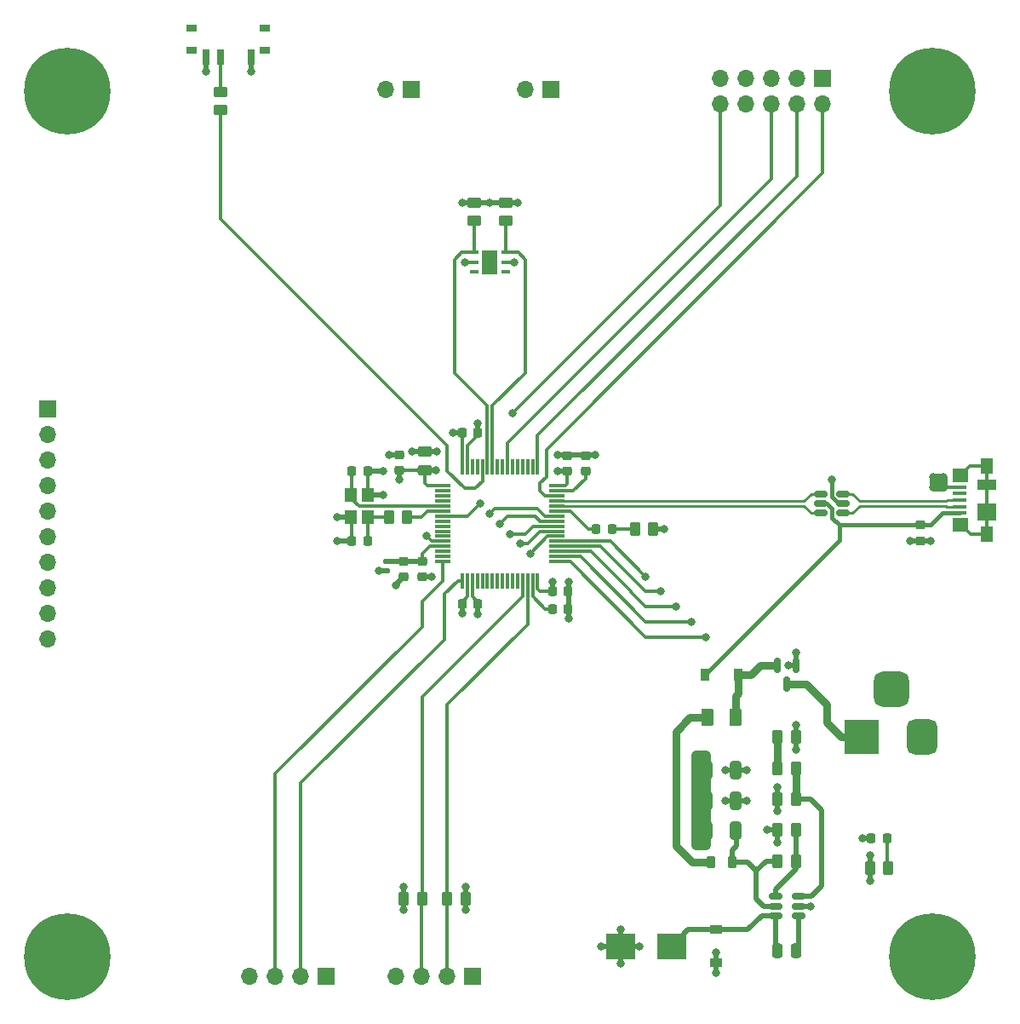
<source format=gbr>
%TF.GenerationSoftware,KiCad,Pcbnew,(6.0.11)*%
%TF.CreationDate,2023-04-03T14:35:14+03:00*%
%TF.ProjectId,STM32Custom,53544d33-3243-4757-9374-6f6d2e6b6963,rev?*%
%TF.SameCoordinates,Original*%
%TF.FileFunction,Copper,L1,Top*%
%TF.FilePolarity,Positive*%
%FSLAX46Y46*%
G04 Gerber Fmt 4.6, Leading zero omitted, Abs format (unit mm)*
G04 Created by KiCad (PCBNEW (6.0.11)) date 2023-04-03 14:35:14*
%MOMM*%
%LPD*%
G01*
G04 APERTURE LIST*
G04 Aperture macros list*
%AMRoundRect*
0 Rectangle with rounded corners*
0 $1 Rounding radius*
0 $2 $3 $4 $5 $6 $7 $8 $9 X,Y pos of 4 corners*
0 Add a 4 corners polygon primitive as box body*
4,1,4,$2,$3,$4,$5,$6,$7,$8,$9,$2,$3,0*
0 Add four circle primitives for the rounded corners*
1,1,$1+$1,$2,$3*
1,1,$1+$1,$4,$5*
1,1,$1+$1,$6,$7*
1,1,$1+$1,$8,$9*
0 Add four rect primitives between the rounded corners*
20,1,$1+$1,$2,$3,$4,$5,0*
20,1,$1+$1,$4,$5,$6,$7,0*
20,1,$1+$1,$6,$7,$8,$9,0*
20,1,$1+$1,$8,$9,$2,$3,0*%
G04 Aperture macros list end*
%TA.AperFunction,ComponentPad*%
%ADD10R,1.700000X1.700000*%
%TD*%
%TA.AperFunction,ComponentPad*%
%ADD11O,1.700000X1.700000*%
%TD*%
%TA.AperFunction,SMDPad,CuDef*%
%ADD12RoundRect,0.250000X0.262500X0.450000X-0.262500X0.450000X-0.262500X-0.450000X0.262500X-0.450000X0*%
%TD*%
%TA.AperFunction,SMDPad,CuDef*%
%ADD13RoundRect,0.218750X0.218750X0.256250X-0.218750X0.256250X-0.218750X-0.256250X0.218750X-0.256250X0*%
%TD*%
%TA.AperFunction,SMDPad,CuDef*%
%ADD14RoundRect,0.250000X-0.450000X0.262500X-0.450000X-0.262500X0.450000X-0.262500X0.450000X0.262500X0*%
%TD*%
%TA.AperFunction,SMDPad,CuDef*%
%ADD15R,1.200000X1.400000*%
%TD*%
%TA.AperFunction,SMDPad,CuDef*%
%ADD16RoundRect,0.250000X0.475000X-0.250000X0.475000X0.250000X-0.475000X0.250000X-0.475000X-0.250000X0*%
%TD*%
%TA.AperFunction,SMDPad,CuDef*%
%ADD17RoundRect,0.225000X-0.225000X-0.250000X0.225000X-0.250000X0.225000X0.250000X-0.225000X0.250000X0*%
%TD*%
%TA.AperFunction,SMDPad,CuDef*%
%ADD18R,2.900000X2.500000*%
%TD*%
%TA.AperFunction,SMDPad,CuDef*%
%ADD19RoundRect,0.150000X0.512500X0.150000X-0.512500X0.150000X-0.512500X-0.150000X0.512500X-0.150000X0*%
%TD*%
%TA.AperFunction,SMDPad,CuDef*%
%ADD20RoundRect,0.225000X0.250000X-0.225000X0.250000X0.225000X-0.250000X0.225000X-0.250000X-0.225000X0*%
%TD*%
%TA.AperFunction,SMDPad,CuDef*%
%ADD21RoundRect,0.250000X-0.262500X-0.450000X0.262500X-0.450000X0.262500X0.450000X-0.262500X0.450000X0*%
%TD*%
%TA.AperFunction,ComponentPad*%
%ADD22R,3.500000X3.500000*%
%TD*%
%TA.AperFunction,ComponentPad*%
%ADD23RoundRect,0.750000X0.750000X1.000000X-0.750000X1.000000X-0.750000X-1.000000X0.750000X-1.000000X0*%
%TD*%
%TA.AperFunction,ComponentPad*%
%ADD24RoundRect,0.875000X0.875000X0.875000X-0.875000X0.875000X-0.875000X-0.875000X0.875000X-0.875000X0*%
%TD*%
%TA.AperFunction,SMDPad,CuDef*%
%ADD25RoundRect,0.147500X0.172500X-0.147500X0.172500X0.147500X-0.172500X0.147500X-0.172500X-0.147500X0*%
%TD*%
%TA.AperFunction,SMDPad,CuDef*%
%ADD26RoundRect,0.225000X0.225000X0.250000X-0.225000X0.250000X-0.225000X-0.250000X0.225000X-0.250000X0*%
%TD*%
%TA.AperFunction,ComponentPad*%
%ADD27C,0.900000*%
%TD*%
%TA.AperFunction,ComponentPad*%
%ADD28C,8.600000*%
%TD*%
%TA.AperFunction,SMDPad,CuDef*%
%ADD29R,0.900000X1.200000*%
%TD*%
%TA.AperFunction,SMDPad,CuDef*%
%ADD30R,1.000000X0.800000*%
%TD*%
%TA.AperFunction,SMDPad,CuDef*%
%ADD31R,0.700000X1.500000*%
%TD*%
%TA.AperFunction,SMDPad,CuDef*%
%ADD32R,1.200000X0.900000*%
%TD*%
%TA.AperFunction,SMDPad,CuDef*%
%ADD33R,0.900000X0.400000*%
%TD*%
%TA.AperFunction,SMDPad,CuDef*%
%ADD34R,1.500000X2.400000*%
%TD*%
%TA.AperFunction,SMDPad,CuDef*%
%ADD35RoundRect,0.150000X-0.150000X0.587500X-0.150000X-0.587500X0.150000X-0.587500X0.150000X0.587500X0*%
%TD*%
%TA.AperFunction,SMDPad,CuDef*%
%ADD36RoundRect,0.075000X-0.700000X-0.075000X0.700000X-0.075000X0.700000X0.075000X-0.700000X0.075000X0*%
%TD*%
%TA.AperFunction,SMDPad,CuDef*%
%ADD37RoundRect,0.075000X-0.075000X-0.700000X0.075000X-0.700000X0.075000X0.700000X-0.075000X0.700000X0*%
%TD*%
%TA.AperFunction,SMDPad,CuDef*%
%ADD38RoundRect,0.250000X0.325000X0.650000X-0.325000X0.650000X-0.325000X-0.650000X0.325000X-0.650000X0*%
%TD*%
%TA.AperFunction,SMDPad,CuDef*%
%ADD39RoundRect,0.225000X-0.250000X0.225000X-0.250000X-0.225000X0.250000X-0.225000X0.250000X0.225000X0*%
%TD*%
%TA.AperFunction,SMDPad,CuDef*%
%ADD40R,1.380000X0.450000*%
%TD*%
%TA.AperFunction,SMDPad,CuDef*%
%ADD41R,1.300000X1.650000*%
%TD*%
%TA.AperFunction,SMDPad,CuDef*%
%ADD42R,1.550000X1.425000*%
%TD*%
%TA.AperFunction,SMDPad,CuDef*%
%ADD43R,1.900000X1.800000*%
%TD*%
%TA.AperFunction,SMDPad,CuDef*%
%ADD44R,1.900000X1.000000*%
%TD*%
%TA.AperFunction,SMDPad,CuDef*%
%ADD45RoundRect,0.250000X-0.250000X-0.475000X0.250000X-0.475000X0.250000X0.475000X-0.250000X0.475000X0*%
%TD*%
%TA.AperFunction,SMDPad,CuDef*%
%ADD46RoundRect,0.250000X-0.375000X-0.625000X0.375000X-0.625000X0.375000X0.625000X-0.375000X0.625000X0*%
%TD*%
%TA.AperFunction,SMDPad,CuDef*%
%ADD47RoundRect,0.218750X0.218750X0.381250X-0.218750X0.381250X-0.218750X-0.381250X0.218750X-0.381250X0*%
%TD*%
%TA.AperFunction,ViaPad*%
%ADD48C,0.800000*%
%TD*%
%TA.AperFunction,Conductor*%
%ADD49C,0.300000*%
%TD*%
%TA.AperFunction,Conductor*%
%ADD50C,0.500000*%
%TD*%
%TA.AperFunction,Conductor*%
%ADD51C,0.750000*%
%TD*%
%TA.AperFunction,Conductor*%
%ADD52C,1.000000*%
%TD*%
%TA.AperFunction,Conductor*%
%ADD53C,0.400000*%
%TD*%
%TA.AperFunction,Conductor*%
%ADD54C,0.261620*%
%TD*%
G04 APERTURE END LIST*
D10*
%TO.P,J8,1,Pin_1*%
%TO.N,GND*%
X126555000Y-35820000D03*
D11*
%TO.P,J8,2,Pin_2*%
X124015000Y-35820000D03*
%TD*%
D10*
%TO.P,J7,1,Pin_1*%
%TO.N,+3V3*%
X112645000Y-35820000D03*
D11*
%TO.P,J7,2,Pin_2*%
X110105000Y-35820000D03*
%TD*%
D12*
%TO.P,R12,1*%
%TO.N,+3V3*%
X118050000Y-116250000D03*
%TO.P,R12,2*%
%TO.N,I2C2_SDA*%
X116225000Y-116250000D03*
%TD*%
D13*
%TO.P,D2,1,K*%
%TO.N,Net-(D2-Pad1)*%
X159981500Y-110242000D03*
%TO.P,D2,2,A*%
%TO.N,+3V3*%
X158406500Y-110242000D03*
%TD*%
D14*
%TO.P,R8,1*%
%TO.N,+3V3*%
X122025000Y-47087500D03*
%TO.P,R8,2*%
%TO.N,I2C1_SCL*%
X122025000Y-48912500D03*
%TD*%
D15*
%TO.P,Y1,1,1*%
%TO.N,HSE_IN*%
X106675000Y-76150000D03*
%TO.P,Y1,2,2*%
%TO.N,GND*%
X106675000Y-78350000D03*
%TO.P,Y1,3,3*%
%TO.N,Net-(C17-Pad1)*%
X108375000Y-78350000D03*
%TO.P,Y1,4,4*%
%TO.N,GND*%
X108375000Y-76150000D03*
%TD*%
D16*
%TO.P,C5,1*%
%TO.N,+3V3*%
X113975000Y-73700000D03*
%TO.P,C5,2*%
%TO.N,GND*%
X113975000Y-71800000D03*
%TD*%
D17*
%TO.P,C13,1*%
%TO.N,Net-(C13-Pad1)*%
X126700000Y-87500000D03*
%TO.P,C13,2*%
%TO.N,GND*%
X128250000Y-87500000D03*
%TD*%
D18*
%TO.P,L1,1*%
%TO.N,BUCK_SW*%
X138550000Y-121000000D03*
%TO.P,L1,2*%
%TO.N,+3V3*%
X133450000Y-121000000D03*
%TD*%
D14*
%TO.P,R9,1*%
%TO.N,+3V3*%
X118925000Y-47087500D03*
%TO.P,R9,2*%
%TO.N,I2C1_SDA*%
X118925000Y-48912500D03*
%TD*%
D19*
%TO.P,U1,1,BST*%
%TO.N,BUCK_BST*%
X151137500Y-117950000D03*
%TO.P,U1,2,GND*%
%TO.N,GND*%
X151137500Y-117000000D03*
%TO.P,U1,3,FB*%
%TO.N,BUCK_FB*%
X151137500Y-116050000D03*
%TO.P,U1,4,EN*%
%TO.N,Net-(R2-Pad2)*%
X148862500Y-116050000D03*
%TO.P,U1,5,IN*%
%TO.N,BUCK_IN*%
X148862500Y-117000000D03*
%TO.P,U1,6,SW*%
%TO.N,BUCK_SW*%
X148862500Y-117950000D03*
%TD*%
D20*
%TO.P,C14,1*%
%TO.N,Net-(C14-Pad1)*%
X129975000Y-73775000D03*
%TO.P,C14,2*%
%TO.N,GND*%
X129975000Y-72225000D03*
%TD*%
D21*
%TO.P,R11,1*%
%TO.N,+3V3*%
X111900000Y-116250000D03*
%TO.P,R11,2*%
%TO.N,I2C2_SCL*%
X113725000Y-116250000D03*
%TD*%
D17*
%TO.P,C7,1*%
%TO.N,+3V3*%
X126700000Y-85700000D03*
%TO.P,C7,2*%
%TO.N,GND*%
X128250000Y-85700000D03*
%TD*%
D12*
%TO.P,R6,1*%
%TO.N,Net-(R2-Pad2)*%
X150912500Y-109451250D03*
%TO.P,R6,2*%
%TO.N,GND*%
X149087500Y-109451250D03*
%TD*%
D22*
%TO.P,J1,1*%
%TO.N,+12V*%
X157425000Y-100157500D03*
D23*
%TO.P,J1,2*%
%TO.N,GND*%
X163425000Y-100157500D03*
D24*
%TO.P,J1,3*%
X160425000Y-95457500D03*
%TD*%
D14*
%TO.P,R10,1*%
%TO.N,Net-(R10-Pad1)*%
X93725000Y-36087500D03*
%TO.P,R10,2*%
%TO.N,BOOT0*%
X93725000Y-37912500D03*
%TD*%
D19*
%TO.P,U4,1,I/O1*%
%TO.N,USB_CONN_D-*%
X155612500Y-77950000D03*
%TO.P,U4,2,GND*%
%TO.N,GND*%
X155612500Y-77000000D03*
%TO.P,U4,3,I/O2*%
%TO.N,USB_CONN_D+*%
X155612500Y-76050000D03*
%TO.P,U4,4,I/O2*%
%TO.N,USB_D+*%
X153337500Y-76050000D03*
%TO.P,U4,5,VBUS*%
%TO.N,+5V*%
X153337500Y-77000000D03*
%TO.P,U4,6,I/O1*%
%TO.N,USB_D-*%
X153337500Y-77950000D03*
%TD*%
D25*
%TO.P,L2,1*%
%TO.N,+3V3*%
X110235000Y-83695000D03*
%TO.P,L2,2*%
%TO.N,+3.3VA*%
X110235000Y-82725000D03*
%TD*%
D17*
%TO.P,C16,1*%
%TO.N,HSE_IN*%
X106750000Y-73760000D03*
%TO.P,C16,2*%
%TO.N,GND*%
X108300000Y-73760000D03*
%TD*%
D26*
%TO.P,C6,1*%
%TO.N,+3V3*%
X119250000Y-87000000D03*
%TO.P,C6,2*%
%TO.N,GND*%
X117700000Y-87000000D03*
%TD*%
D10*
%TO.P,J2,1,Pin_1*%
%TO.N,+3V3*%
X153550000Y-34725000D03*
D11*
%TO.P,J2,2,Pin_2*%
%TO.N,SWDIO*%
X153550000Y-37265000D03*
%TO.P,J2,3,Pin_3*%
%TO.N,GND*%
X151010000Y-34725000D03*
%TO.P,J2,4,Pin_4*%
%TO.N,SWCLK*%
X151010000Y-37265000D03*
%TO.P,J2,5,Pin_5*%
%TO.N,GND*%
X148470000Y-34725000D03*
%TO.P,J2,6,Pin_6*%
%TO.N,SWO*%
X148470000Y-37265000D03*
%TO.P,J2,7,Pin_7*%
%TO.N,unconnected-(J2-Pad7)*%
X145930000Y-34725000D03*
%TO.P,J2,8,Pin_8*%
%TO.N,unconnected-(J2-Pad8)*%
X145930000Y-37265000D03*
%TO.P,J2,9,Pin_9*%
%TO.N,GND*%
X143390000Y-34725000D03*
%TO.P,J2,10,Pin_10*%
%TO.N,NRST*%
X143390000Y-37265000D03*
%TD*%
D13*
%TO.P,D4,1,K*%
%TO.N,Net-(D4-Pad1)*%
X132605000Y-79535000D03*
%TO.P,D4,2,A*%
%TO.N,LED_STATUS*%
X131030000Y-79535000D03*
%TD*%
D21*
%TO.P,R2,1*%
%TO.N,BUCK_IN*%
X149062500Y-112530000D03*
%TO.P,R2,2*%
%TO.N,Net-(R2-Pad2)*%
X150887500Y-112530000D03*
%TD*%
D27*
%TO.P,H3,1,1*%
%TO.N,GND*%
X167700000Y-122000000D03*
D28*
X164475000Y-122000000D03*
D27*
X164475000Y-125225000D03*
X162194581Y-124280419D03*
X166755419Y-119719581D03*
X166755419Y-124280419D03*
X161250000Y-122000000D03*
X164475000Y-118775000D03*
X162194581Y-119719581D03*
%TD*%
D21*
%TO.P,R4,1*%
%TO.N,GND*%
X158281500Y-113242000D03*
%TO.P,R4,2*%
%TO.N,Net-(D2-Pad1)*%
X160106500Y-113242000D03*
%TD*%
D10*
%TO.P,J4,1,Pin_1*%
%TO.N,+3V3*%
X118775000Y-124000000D03*
D11*
%TO.P,J4,2,Pin_2*%
%TO.N,I2C2_SDA*%
X116235000Y-124000000D03*
%TO.P,J4,3,Pin_3*%
%TO.N,I2C2_SCL*%
X113695000Y-124000000D03*
%TO.P,J4,4,Pin_4*%
%TO.N,GND*%
X111155000Y-124000000D03*
%TD*%
D29*
%TO.P,D1,1,K*%
%TO.N,Net-(D1-Pad1)*%
X145125000Y-94000000D03*
%TO.P,D1,2,A*%
%TO.N,+5V*%
X141825000Y-94000000D03*
%TD*%
D30*
%TO.P,SW1,*%
%TO.N,*%
X90825000Y-29770000D03*
X98125000Y-31980000D03*
X98125000Y-29770000D03*
X90825000Y-31980000D03*
D31*
%TO.P,SW1,1,A*%
%TO.N,+3V3*%
X96725000Y-32630000D03*
%TO.P,SW1,2,B*%
%TO.N,Net-(R10-Pad1)*%
X93725000Y-32630000D03*
%TO.P,SW1,3,C*%
%TO.N,GND*%
X92225000Y-32630000D03*
%TD*%
D32*
%TO.P,D3,1,K*%
%TO.N,BUCK_SW*%
X143000000Y-119350000D03*
%TO.P,D3,2,A*%
%TO.N,GND*%
X143000000Y-122650000D03*
%TD*%
D26*
%TO.P,C17,1*%
%TO.N,Net-(C17-Pad1)*%
X108300000Y-80740000D03*
%TO.P,C17,2*%
%TO.N,GND*%
X106750000Y-80740000D03*
%TD*%
D33*
%TO.P,U3,1,SDA*%
%TO.N,I2C1_SDA*%
X118925000Y-52050000D03*
%TO.P,U3,2,GND*%
%TO.N,GND*%
X118925000Y-53000000D03*
%TO.P,U3,3,NC*%
%TO.N,unconnected-(U3-Pad3)*%
X118925000Y-53950000D03*
%TO.P,U3,4,NC*%
%TO.N,unconnected-(U3-Pad4)*%
X122025000Y-53950000D03*
%TO.P,U3,5,VCC*%
%TO.N,+3V3*%
X122025000Y-53000000D03*
%TO.P,U3,6,SCL*%
%TO.N,I2C1_SCL*%
X122025000Y-52050000D03*
D34*
%TO.P,U3,7,DAP*%
%TO.N,unconnected-(U3-Pad7)*%
X120475000Y-53000000D03*
%TD*%
D20*
%TO.P,C8,1*%
%TO.N,+3V3*%
X128175000Y-73775000D03*
%TO.P,C8,2*%
%TO.N,GND*%
X128175000Y-72225000D03*
%TD*%
D35*
%TO.P,Q1,1,G*%
%TO.N,GND*%
X150950000Y-93062500D03*
%TO.P,Q1,2,S*%
%TO.N,Net-(D1-Pad1)*%
X149050000Y-93062500D03*
%TO.P,Q1,3,D*%
%TO.N,+12V*%
X150000000Y-94937500D03*
%TD*%
D36*
%TO.P,U2,1,VBAT*%
%TO.N,+3V3*%
X115800000Y-75250000D03*
%TO.P,U2,2,PC13*%
%TO.N,unconnected-(U2-Pad2)*%
X115800000Y-75750000D03*
%TO.P,U2,3,PC14*%
%TO.N,unconnected-(U2-Pad3)*%
X115800000Y-76250000D03*
%TO.P,U2,4,PC15*%
%TO.N,unconnected-(U2-Pad4)*%
X115800000Y-76750000D03*
%TO.P,U2,5,PH0*%
%TO.N,HSE_IN*%
X115800000Y-77250000D03*
%TO.P,U2,6,PH1*%
%TO.N,HSE_OUT*%
X115800000Y-77750000D03*
%TO.P,U2,7,NRST*%
%TO.N,NRST*%
X115800000Y-78250000D03*
%TO.P,U2,8,PC0*%
%TO.N,unconnected-(U2-Pad8)*%
X115800000Y-78750000D03*
%TO.P,U2,9,PC1*%
%TO.N,unconnected-(U2-Pad9)*%
X115800000Y-79250000D03*
%TO.P,U2,10,PC2*%
%TO.N,unconnected-(U2-Pad10)*%
X115800000Y-79750000D03*
%TO.P,U2,11,PC3*%
%TO.N,unconnected-(U2-Pad11)*%
X115800000Y-80250000D03*
%TO.P,U2,12,VSSA*%
%TO.N,GND*%
X115800000Y-80750000D03*
%TO.P,U2,13,VDDA*%
%TO.N,+3.3VA*%
X115800000Y-81250000D03*
%TO.P,U2,14,PA0*%
%TO.N,unconnected-(U2-Pad14)*%
X115800000Y-81750000D03*
%TO.P,U2,15,PA1*%
%TO.N,unconnected-(U2-Pad15)*%
X115800000Y-82250000D03*
%TO.P,U2,16,PA2*%
%TO.N,USART2_TX*%
X115800000Y-82750000D03*
D37*
%TO.P,U2,17,PA3*%
%TO.N,USART2_RX*%
X117725000Y-84675000D03*
%TO.P,U2,18,VSS*%
%TO.N,GND*%
X118225000Y-84675000D03*
%TO.P,U2,19,VDD*%
%TO.N,+3V3*%
X118725000Y-84675000D03*
%TO.P,U2,20,PA4*%
%TO.N,unconnected-(U2-Pad20)*%
X119225000Y-84675000D03*
%TO.P,U2,21,PA5*%
%TO.N,unconnected-(U2-Pad21)*%
X119725000Y-84675000D03*
%TO.P,U2,22,PA6*%
%TO.N,unconnected-(U2-Pad22)*%
X120225000Y-84675000D03*
%TO.P,U2,23,PA7*%
%TO.N,unconnected-(U2-Pad23)*%
X120725000Y-84675000D03*
%TO.P,U2,24,PC4*%
%TO.N,unconnected-(U2-Pad24)*%
X121225000Y-84675000D03*
%TO.P,U2,25,PC5*%
%TO.N,unconnected-(U2-Pad25)*%
X121725000Y-84675000D03*
%TO.P,U2,26,PB0*%
%TO.N,unconnected-(U2-Pad26)*%
X122225000Y-84675000D03*
%TO.P,U2,27,PB1*%
%TO.N,unconnected-(U2-Pad27)*%
X122725000Y-84675000D03*
%TO.P,U2,28,PB2*%
%TO.N,unconnected-(U2-Pad28)*%
X123225000Y-84675000D03*
%TO.P,U2,29,PB10*%
%TO.N,I2C2_SCL*%
X123725000Y-84675000D03*
%TO.P,U2,30,PB11*%
%TO.N,I2C2_SDA*%
X124225000Y-84675000D03*
%TO.P,U2,31,VCAP_1*%
%TO.N,Net-(C13-Pad1)*%
X124725000Y-84675000D03*
%TO.P,U2,32,VDD*%
%TO.N,+3V3*%
X125225000Y-84675000D03*
D36*
%TO.P,U2,33,PB12*%
%TO.N,PB12*%
X127150000Y-82750000D03*
%TO.P,U2,34,PB13*%
%TO.N,PB13*%
X127150000Y-82250000D03*
%TO.P,U2,35,PB14*%
%TO.N,PB14*%
X127150000Y-81750000D03*
%TO.P,U2,36,PB15*%
%TO.N,PB15*%
X127150000Y-81250000D03*
%TO.P,U2,37,PC6*%
%TO.N,PC6*%
X127150000Y-80750000D03*
%TO.P,U2,38,PC7*%
%TO.N,PC7*%
X127150000Y-80250000D03*
%TO.P,U2,39,PC8*%
%TO.N,PC8*%
X127150000Y-79750000D03*
%TO.P,U2,40,PC9*%
%TO.N,PC9*%
X127150000Y-79250000D03*
%TO.P,U2,41,PA8*%
%TO.N,PA8*%
X127150000Y-78750000D03*
%TO.P,U2,42,PA9*%
%TO.N,PA9*%
X127150000Y-78250000D03*
%TO.P,U2,43,PA10*%
%TO.N,LED_STATUS*%
X127150000Y-77750000D03*
%TO.P,U2,44,PA11*%
%TO.N,USB_D-*%
X127150000Y-77250000D03*
%TO.P,U2,45,PA12*%
%TO.N,USB_D+*%
X127150000Y-76750000D03*
%TO.P,U2,46,PA13*%
%TO.N,SWDIO*%
X127150000Y-76250000D03*
%TO.P,U2,47,VCAP_2*%
%TO.N,Net-(C14-Pad1)*%
X127150000Y-75750000D03*
%TO.P,U2,48,VDD*%
%TO.N,+3V3*%
X127150000Y-75250000D03*
D37*
%TO.P,U2,49,PA14*%
%TO.N,SWCLK*%
X125225000Y-73325000D03*
%TO.P,U2,50,PA15*%
%TO.N,unconnected-(U2-Pad50)*%
X124725000Y-73325000D03*
%TO.P,U2,51,PC10*%
%TO.N,unconnected-(U2-Pad51)*%
X124225000Y-73325000D03*
%TO.P,U2,52,PC11*%
%TO.N,unconnected-(U2-Pad52)*%
X123725000Y-73325000D03*
%TO.P,U2,53,PC12*%
%TO.N,unconnected-(U2-Pad53)*%
X123225000Y-73325000D03*
%TO.P,U2,54,PD2*%
%TO.N,unconnected-(U2-Pad54)*%
X122725000Y-73325000D03*
%TO.P,U2,55,PB3*%
%TO.N,SWO*%
X122225000Y-73325000D03*
%TO.P,U2,56,PB4*%
%TO.N,unconnected-(U2-Pad56)*%
X121725000Y-73325000D03*
%TO.P,U2,57,PB5*%
%TO.N,unconnected-(U2-Pad57)*%
X121225000Y-73325000D03*
%TO.P,U2,58,PB6*%
%TO.N,I2C1_SCL*%
X120725000Y-73325000D03*
%TO.P,U2,59,PB7*%
%TO.N,I2C1_SDA*%
X120225000Y-73325000D03*
%TO.P,U2,60,BOOT0*%
%TO.N,BOOT0*%
X119725000Y-73325000D03*
%TO.P,U2,61,PB8*%
%TO.N,unconnected-(U2-Pad61)*%
X119225000Y-73325000D03*
%TO.P,U2,62,PB9*%
%TO.N,unconnected-(U2-Pad62)*%
X118725000Y-73325000D03*
%TO.P,U2,63,VSS*%
%TO.N,GND*%
X118225000Y-73325000D03*
%TO.P,U2,64,VDD*%
%TO.N,+3V3*%
X117725000Y-73325000D03*
%TD*%
D28*
%TO.P,H1,1,1*%
%TO.N,GND*%
X78475000Y-122000000D03*
D27*
X80755419Y-119719581D03*
X81700000Y-122000000D03*
X76194581Y-124280419D03*
X78475000Y-125225000D03*
X76194581Y-119719581D03*
X78475000Y-118775000D03*
X80755419Y-124280419D03*
X75250000Y-122000000D03*
%TD*%
D21*
%TO.P,R5,1*%
%TO.N,Net-(R3-Pad2)*%
X149087500Y-100215000D03*
%TO.P,R5,2*%
%TO.N,GND*%
X150912500Y-100215000D03*
%TD*%
%TO.P,R1,1*%
%TO.N,+3V3*%
X149087500Y-106372500D03*
%TO.P,R1,2*%
%TO.N,BUCK_FB*%
X150912500Y-106372500D03*
%TD*%
D38*
%TO.P,C2,1*%
%TO.N,BUCK_IN*%
X144950000Y-109500000D03*
%TO.P,C2,2*%
%TO.N,GND*%
X142000000Y-109500000D03*
%TD*%
D39*
%TO.P,C15,1*%
%TO.N,+5V*%
X163275000Y-79150000D03*
%TO.P,C15,2*%
%TO.N,GND*%
X163275000Y-80700000D03*
%TD*%
D12*
%TO.P,R13,1*%
%TO.N,HSE_OUT*%
X112237500Y-78350000D03*
%TO.P,R13,2*%
%TO.N,Net-(C17-Pad1)*%
X110412500Y-78350000D03*
%TD*%
D39*
%TO.P,C12,1*%
%TO.N,+3.3VA*%
X113725000Y-82725000D03*
%TO.P,C12,2*%
%TO.N,GND*%
X113725000Y-84275000D03*
%TD*%
%TO.P,C11,1*%
%TO.N,+3.3VA*%
X111850000Y-82725000D03*
%TO.P,C11,2*%
%TO.N,GND*%
X111850000Y-84275000D03*
%TD*%
D38*
%TO.P,C3,1*%
%TO.N,+3V3*%
X144950000Y-106500000D03*
%TO.P,C3,2*%
%TO.N,GND*%
X142000000Y-106500000D03*
%TD*%
%TO.P,C4,1*%
%TO.N,+3V3*%
X144950000Y-103500000D03*
%TO.P,C4,2*%
%TO.N,GND*%
X142000000Y-103500000D03*
%TD*%
D40*
%TO.P,J5,1,VBUS*%
%TO.N,+5V*%
X167215000Y-77950000D03*
%TO.P,J5,2,D-*%
%TO.N,USB_CONN_D-*%
X167215000Y-77300000D03*
%TO.P,J5,3,D+*%
%TO.N,USB_CONN_D+*%
X167215000Y-76650000D03*
%TO.P,J5,4,ID*%
%TO.N,unconnected-(J5-Pad4)*%
X167215000Y-76000000D03*
%TO.P,J5,5,GND*%
%TO.N,GND*%
X167215000Y-75350000D03*
D41*
%TO.P,J5,6,Shield*%
%TO.N,unconnected-(J5-Pad6)*%
X169875000Y-73275000D03*
D42*
X167300000Y-79137500D03*
D41*
X169875000Y-80025000D03*
D43*
X169875000Y-77800000D03*
D42*
X167300000Y-74162500D03*
D44*
X169875000Y-75100000D03*
%TD*%
D45*
%TO.P,C1,1*%
%TO.N,BUCK_SW*%
X149047504Y-121430000D03*
%TO.P,C1,2*%
%TO.N,BUCK_BST*%
X150947504Y-121430000D03*
%TD*%
D46*
%TO.P,F1,1*%
%TO.N,Net-(F1-Pad1)*%
X142075000Y-98250000D03*
%TO.P,F1,2*%
%TO.N,Net-(D1-Pad1)*%
X144875000Y-98250000D03*
%TD*%
D47*
%TO.P,FB1,1*%
%TO.N,BUCK_IN*%
X144537500Y-112600000D03*
%TO.P,FB1,2*%
%TO.N,Net-(F1-Pad1)*%
X142412500Y-112600000D03*
%TD*%
D27*
%TO.P,H2,1,1*%
%TO.N,GND*%
X161250000Y-36000000D03*
X166755419Y-38280419D03*
X164475000Y-32775000D03*
X166755419Y-33719581D03*
D28*
X164475000Y-36000000D03*
D27*
X167700000Y-36000000D03*
X164475000Y-39225000D03*
X162194581Y-38280419D03*
X162194581Y-33719581D03*
%TD*%
%TO.P,H4,1,1*%
%TO.N,GND*%
X78475000Y-39225000D03*
X76194581Y-33719581D03*
X78475000Y-32775000D03*
X75250000Y-36000000D03*
X80755419Y-38280419D03*
X81700000Y-36000000D03*
X80755419Y-33719581D03*
D28*
X78475000Y-36000000D03*
D27*
X76194581Y-38280419D03*
%TD*%
D10*
%TO.P,J6,1,Pin_1*%
%TO.N,PA9*%
X76475000Y-67575000D03*
D11*
%TO.P,J6,2,Pin_2*%
%TO.N,PA8*%
X76475000Y-70115000D03*
%TO.P,J6,3,Pin_3*%
%TO.N,PC9*%
X76475000Y-72655000D03*
%TO.P,J6,4,Pin_4*%
%TO.N,PC8*%
X76475000Y-75195000D03*
%TO.P,J6,5,Pin_5*%
%TO.N,PC7*%
X76475000Y-77735000D03*
%TO.P,J6,6,Pin_6*%
%TO.N,PC6*%
X76475000Y-80275000D03*
%TO.P,J6,7,Pin_7*%
%TO.N,PB15*%
X76475000Y-82815000D03*
%TO.P,J6,8,Pin_8*%
%TO.N,PB14*%
X76475000Y-85355000D03*
%TO.P,J6,9,Pin_9*%
%TO.N,PB13*%
X76475000Y-87895000D03*
%TO.P,J6,10,Pin_10*%
%TO.N,PB12*%
X76475000Y-90435000D03*
%TD*%
D12*
%TO.P,R7,1*%
%TO.N,GND*%
X136730000Y-79535000D03*
%TO.P,R7,2*%
%TO.N,Net-(D4-Pad1)*%
X134905000Y-79535000D03*
%TD*%
D10*
%TO.P,J3,1,Pin_1*%
%TO.N,+3V3*%
X104220000Y-124000000D03*
D11*
%TO.P,J3,2,Pin_2*%
%TO.N,USART2_RX*%
X101680000Y-124000000D03*
%TO.P,J3,3,Pin_3*%
%TO.N,USART2_TX*%
X99140000Y-124000000D03*
%TO.P,J3,4,Pin_4*%
%TO.N,GND*%
X96600000Y-124000000D03*
%TD*%
D12*
%TO.P,R3,1*%
%TO.N,BUCK_FB*%
X150912500Y-103293750D03*
%TO.P,R3,2*%
%TO.N,Net-(R3-Pad2)*%
X149087500Y-103293750D03*
%TD*%
D20*
%TO.P,C10,1*%
%TO.N,+3V3*%
X111465000Y-73700000D03*
%TO.P,C10,2*%
%TO.N,GND*%
X111465000Y-72150000D03*
%TD*%
D17*
%TO.P,C9,1*%
%TO.N,+3V3*%
X117700000Y-70000000D03*
%TO.P,C9,2*%
%TO.N,GND*%
X119250000Y-70000000D03*
%TD*%
D48*
%TO.N,+3V3*%
X116825000Y-70000000D03*
X149075000Y-105200000D03*
X126675000Y-84750000D03*
X122925000Y-53000000D03*
X118075000Y-115100000D03*
X115125000Y-73700000D03*
X119225000Y-88000000D03*
X111475000Y-74600000D03*
X145975000Y-103500000D03*
X123225000Y-47100000D03*
X149075000Y-107550000D03*
X143925000Y-106500000D03*
X133475000Y-119300000D03*
X120475000Y-47100000D03*
X157544000Y-110242000D03*
X127225000Y-73750000D03*
X133475000Y-122750000D03*
X135375000Y-121000000D03*
X111875000Y-115100000D03*
X118075000Y-117400000D03*
X111875000Y-117400000D03*
X96725000Y-34050000D03*
X131525000Y-121000000D03*
X145975000Y-106500000D03*
X109475000Y-83700000D03*
X143925000Y-103500000D03*
X117725000Y-47100000D03*
%TO.N,GND*%
X141025000Y-110950000D03*
X128275000Y-84750000D03*
X141975000Y-105000000D03*
X110475000Y-72150000D03*
X115225000Y-71800000D03*
X150925000Y-101450000D03*
X164275000Y-80700000D03*
X165575000Y-74400000D03*
X158294000Y-111992000D03*
X137775000Y-79550000D03*
X114725000Y-84300000D03*
X127225000Y-72200000D03*
X114175000Y-80250000D03*
X141975000Y-102050000D03*
X109875000Y-73750000D03*
X150925000Y-91800000D03*
X117975000Y-53000000D03*
X130925000Y-72200000D03*
X141025000Y-102050000D03*
X112725000Y-71800000D03*
X162275000Y-80700000D03*
X109875000Y-76150000D03*
X152375000Y-117000000D03*
X142975000Y-121650000D03*
X128275000Y-88450000D03*
X149075000Y-110700000D03*
X150925000Y-99000000D03*
X164575000Y-74400000D03*
X141025000Y-108000000D03*
X141975000Y-110950000D03*
X142975000Y-123650000D03*
X148025000Y-109450000D03*
X154475000Y-74650000D03*
X105325000Y-80700000D03*
X111125000Y-85100000D03*
X119275000Y-69000000D03*
X105325000Y-78350000D03*
X150125000Y-93050000D03*
X92225000Y-34050000D03*
X141975000Y-108000000D03*
X164575000Y-75400000D03*
X117725000Y-87950000D03*
X165575000Y-75400000D03*
X141025000Y-105000000D03*
X158294000Y-114492000D03*
%TO.N,NRST*%
X122725000Y-68000000D03*
X119475000Y-77000000D03*
%TO.N,PB12*%
X141975000Y-90250000D03*
%TO.N,PB13*%
X140475000Y-88750000D03*
%TO.N,PB14*%
X138975000Y-87250000D03*
%TO.N,PB15*%
X137475000Y-85750000D03*
%TO.N,PC6*%
X135975000Y-84250000D03*
%TO.N,PC7*%
X124475000Y-82000000D03*
%TO.N,PC8*%
X123475000Y-81000000D03*
%TO.N,PC9*%
X122475000Y-80000000D03*
%TO.N,PA8*%
X121475000Y-79000000D03*
%TO.N,PA9*%
X120475000Y-78000000D03*
%TD*%
D49*
%TO.N,BOOT0*%
X116225000Y-71250000D02*
X93725000Y-48750000D01*
X93725000Y-48750000D02*
X93725000Y-37912500D01*
X116225000Y-73750000D02*
X116225000Y-71250000D01*
X118975000Y-75500000D02*
X117975000Y-75500000D01*
X117975000Y-75500000D02*
X116225000Y-73750000D01*
X119725000Y-74750000D02*
X118975000Y-75500000D01*
X119725000Y-73325000D02*
X119725000Y-74750000D01*
D50*
%TO.N,GND*%
X105365000Y-80740000D02*
X106750000Y-80740000D01*
X105325000Y-80700000D02*
X105365000Y-80740000D01*
X105325000Y-78350000D02*
X106675000Y-78350000D01*
X109875000Y-76150000D02*
X108375000Y-76150000D01*
X108310000Y-73750000D02*
X108300000Y-73760000D01*
X109875000Y-73750000D02*
X108310000Y-73750000D01*
%TO.N,+3V3*%
X126675000Y-85675000D02*
X126700000Y-85700000D01*
D49*
X113975000Y-73700000D02*
X113975000Y-75000000D01*
D50*
X133475000Y-122750000D02*
X133475000Y-121025000D01*
X149075000Y-106385000D02*
X149087500Y-106372500D01*
X133475000Y-120975000D02*
X133450000Y-121000000D01*
D49*
X127250000Y-73775000D02*
X127225000Y-73750000D01*
X126700000Y-85700000D02*
X125425000Y-85700000D01*
D50*
X116825000Y-70000000D02*
X117700000Y-70000000D01*
X115125000Y-73700000D02*
X113975000Y-73700000D01*
X135375000Y-121000000D02*
X133450000Y-121000000D01*
X126675000Y-84750000D02*
X126675000Y-85675000D01*
X111475000Y-74600000D02*
X111475000Y-73710000D01*
D49*
X119250000Y-87000000D02*
X119250000Y-86775000D01*
X118725000Y-86250000D02*
X118725000Y-84675000D01*
D50*
X117725000Y-47100000D02*
X123225000Y-47100000D01*
X118912500Y-47100000D02*
X118925000Y-47087500D01*
D49*
X117725000Y-70025000D02*
X117725000Y-73325000D01*
D50*
X149075000Y-107550000D02*
X149075000Y-106385000D01*
X96725000Y-34050000D02*
X96725000Y-32430000D01*
X111475000Y-73710000D02*
X111465000Y-73700000D01*
X149075000Y-106360000D02*
X149087500Y-106372500D01*
D49*
X114225000Y-75250000D02*
X115800000Y-75250000D01*
D50*
X111875000Y-117400000D02*
X111875000Y-115100000D01*
X117725000Y-47100000D02*
X118912500Y-47100000D01*
D49*
X119250000Y-86775000D02*
X118725000Y-86250000D01*
X122925000Y-53000000D02*
X122025000Y-53000000D01*
D50*
X128175000Y-73775000D02*
X127250000Y-73775000D01*
D49*
X113975000Y-75000000D02*
X114225000Y-75250000D01*
D50*
X145975000Y-103500000D02*
X143925000Y-103500000D01*
D49*
X125225000Y-85500000D02*
X125225000Y-84675000D01*
D50*
X133475000Y-119300000D02*
X133475000Y-120975000D01*
D49*
X128175000Y-75050000D02*
X127975000Y-75250000D01*
X113975000Y-73700000D02*
X111465000Y-73700000D01*
D50*
X149075000Y-105200000D02*
X149075000Y-106360000D01*
X119250000Y-87975000D02*
X119250000Y-87000000D01*
D49*
X128175000Y-73775000D02*
X128175000Y-75050000D01*
X117700000Y-70000000D02*
X117725000Y-70025000D01*
D50*
X109475000Y-83700000D02*
X110230000Y-83700000D01*
X118075000Y-117400000D02*
X118075000Y-115100000D01*
X145975000Y-106500000D02*
X143925000Y-106500000D01*
X119225000Y-88000000D02*
X119250000Y-87975000D01*
D49*
X127975000Y-75250000D02*
X127150000Y-75250000D01*
X125425000Y-85700000D02*
X125225000Y-85500000D01*
D50*
X131525000Y-121000000D02*
X133450000Y-121000000D01*
X158406500Y-110242000D02*
X157544000Y-110242000D01*
X110230000Y-83700000D02*
X110235000Y-83695000D01*
X133475000Y-121025000D02*
X133450000Y-121000000D01*
D49*
%TO.N,I2C1_SDA*%
X118925000Y-52050000D02*
X117675000Y-52050000D01*
X118925000Y-48912500D02*
X118925000Y-52050000D01*
X116975000Y-64000000D02*
X120225000Y-67250000D01*
X116975000Y-52750000D02*
X116975000Y-64000000D01*
X120225000Y-67250000D02*
X120225000Y-73325000D01*
X117675000Y-52050000D02*
X116975000Y-52750000D01*
%TO.N,I2C1_SCL*%
X122025000Y-48912500D02*
X122025000Y-52050000D01*
X123280331Y-52050000D02*
X123975000Y-52744669D01*
X122025000Y-52050000D02*
X123280331Y-52050000D01*
X120725000Y-67250000D02*
X120725000Y-73325000D01*
X123975000Y-52744669D02*
X123975000Y-64000000D01*
X123975000Y-64000000D02*
X120725000Y-67250000D01*
%TO.N,HSE_OUT*%
X114275000Y-77750000D02*
X113675000Y-78350000D01*
X115800000Y-77750000D02*
X114275000Y-77750000D01*
X113675000Y-78350000D02*
X112237500Y-78350000D01*
%TO.N,Net-(C17-Pad1)*%
X110412500Y-78350000D02*
X108375000Y-78350000D01*
X108300000Y-80740000D02*
X108300000Y-78425000D01*
X108300000Y-78425000D02*
X108375000Y-78350000D01*
%TO.N,Net-(R10-Pad1)*%
X93725000Y-32630000D02*
X93725000Y-36087500D01*
D50*
%TO.N,GND*%
X111125000Y-85000000D02*
X111850000Y-84275000D01*
X152375000Y-117000000D02*
X151137500Y-117000000D01*
D49*
X108375000Y-76150000D02*
X108375000Y-73835000D01*
X114175000Y-80250000D02*
X114675000Y-80750000D01*
D50*
X111125000Y-85100000D02*
X111125000Y-85000000D01*
D51*
X165575000Y-75400000D02*
X164575000Y-75400000D01*
D49*
X108375000Y-73835000D02*
X108300000Y-73760000D01*
D50*
X149087500Y-109451250D02*
X148026250Y-109451250D01*
D52*
X141975000Y-102050000D02*
X141025000Y-102050000D01*
D49*
X118225000Y-71250000D02*
X118225000Y-73325000D01*
D50*
X117725000Y-87950000D02*
X117725000Y-87025000D01*
D49*
X150912500Y-100215000D02*
X150912500Y-99012500D01*
X165600000Y-75375000D02*
X165575000Y-75400000D01*
D50*
X150925000Y-101450000D02*
X150925000Y-99000000D01*
X162275000Y-80700000D02*
X163275000Y-80700000D01*
X128275000Y-88450000D02*
X128275000Y-84750000D01*
X150125000Y-93050000D02*
X150937500Y-93050000D01*
X137760000Y-79535000D02*
X137775000Y-79550000D01*
X136730000Y-79535000D02*
X137760000Y-79535000D01*
X149075000Y-110700000D02*
X149075000Y-109463750D01*
D51*
X164575000Y-74400000D02*
X165575000Y-75400000D01*
D50*
X150937500Y-93050000D02*
X150950000Y-93062500D01*
D49*
X167365000Y-75375000D02*
X165600000Y-75375000D01*
X118225000Y-86250000D02*
X118225000Y-84675000D01*
D50*
X149075000Y-109463750D02*
X149087500Y-109451250D01*
D53*
X155122183Y-77000000D02*
X154475000Y-76352817D01*
D50*
X163275000Y-80700000D02*
X164275000Y-80700000D01*
X150925000Y-91800000D02*
X150925000Y-93037500D01*
D51*
X164575000Y-75400000D02*
X164575000Y-74400000D01*
D49*
X117700000Y-86775000D02*
X118225000Y-86250000D01*
D50*
X127225000Y-72200000D02*
X130925000Y-72200000D01*
D49*
X119250000Y-70225000D02*
X118225000Y-71250000D01*
D50*
X150925000Y-93037500D02*
X150950000Y-93062500D01*
X92225000Y-34050000D02*
X92225000Y-32430000D01*
D49*
X114675000Y-80750000D02*
X115800000Y-80750000D01*
D50*
X112725000Y-71800000D02*
X115225000Y-71800000D01*
D52*
X141975000Y-110950000D02*
X141975000Y-102050000D01*
D49*
X106750000Y-80740000D02*
X106750000Y-78425000D01*
D50*
X117725000Y-87025000D02*
X117700000Y-87000000D01*
D49*
X117700000Y-87000000D02*
X117700000Y-86775000D01*
D50*
X114725000Y-84300000D02*
X113750000Y-84300000D01*
X119275000Y-69000000D02*
X119275000Y-69975000D01*
D49*
X117975000Y-53000000D02*
X118925000Y-53000000D01*
D52*
X141025000Y-102050000D02*
X141025000Y-110950000D01*
D49*
X106750000Y-78425000D02*
X106675000Y-78350000D01*
D50*
X113750000Y-84300000D02*
X113725000Y-84275000D01*
D51*
X164575000Y-74400000D02*
X165575000Y-74400000D01*
D50*
X110475000Y-72150000D02*
X111465000Y-72150000D01*
X142975000Y-123650000D02*
X142975000Y-121650000D01*
D49*
X119250000Y-70000000D02*
X119250000Y-70225000D01*
X150912500Y-99012500D02*
X150925000Y-99000000D01*
D53*
X155612500Y-77000000D02*
X155122183Y-77000000D01*
D52*
X141025000Y-110950000D02*
X141975000Y-110950000D01*
D50*
X158294000Y-111992000D02*
X158294000Y-114492000D01*
X148026250Y-109451250D02*
X148025000Y-109450000D01*
D51*
X165575000Y-74400000D02*
X165575000Y-75400000D01*
D50*
X119275000Y-69975000D02*
X119250000Y-70000000D01*
D53*
X154475000Y-76352817D02*
X154475000Y-74750000D01*
D49*
%TO.N,Net-(D4-Pad1)*%
X132605000Y-79535000D02*
X134905000Y-79535000D01*
D50*
%TO.N,Net-(R2-Pad2)*%
X150887500Y-112530000D02*
X150887500Y-113337500D01*
X150912500Y-109451250D02*
X150912500Y-112505000D01*
X148862500Y-115362500D02*
X148862500Y-116050000D01*
X150912500Y-112505000D02*
X150887500Y-112530000D01*
X150887500Y-113337500D02*
X148862500Y-115362500D01*
D51*
%TO.N,Net-(R3-Pad2)*%
X149087500Y-103293750D02*
X149087500Y-100215000D01*
D49*
%TO.N,Net-(D2-Pad1)*%
X159981500Y-110242000D02*
X159981500Y-113117000D01*
X159981500Y-113117000D02*
X160106500Y-113242000D01*
D50*
%TO.N,BUCK_FB*%
X151137500Y-116050000D02*
X152425000Y-116050000D01*
X153475000Y-107500000D02*
X152347500Y-106372500D01*
X152347500Y-106372500D02*
X150912500Y-106372500D01*
D51*
X150912500Y-103293750D02*
X150912500Y-106372500D01*
D50*
X152425000Y-116050000D02*
X153475000Y-115000000D01*
X153475000Y-115000000D02*
X153475000Y-107500000D01*
%TO.N,BUCK_BST*%
X151137500Y-121240004D02*
X150947504Y-121430000D01*
X151137500Y-117950000D02*
X151137500Y-121240004D01*
D54*
%TO.N,USB_CONN_D-*%
X157242590Y-77232410D02*
X165857410Y-77232410D01*
X155612500Y-77950000D02*
X156525000Y-77950000D01*
X156525000Y-77950000D02*
X157242590Y-77232410D01*
X165925000Y-77300000D02*
X167215000Y-77300000D01*
X165857410Y-77232410D02*
X165925000Y-77300000D01*
%TO.N,USB_CONN_D+*%
X157242590Y-76767590D02*
X165857410Y-76767590D01*
X165857410Y-76767590D02*
X165975000Y-76650000D01*
X155612500Y-76050000D02*
X156525000Y-76050000D01*
X165975000Y-76650000D02*
X167215000Y-76650000D01*
X156525000Y-76050000D02*
X157242590Y-76767590D01*
%TO.N,USB_D+*%
X127150000Y-76750000D02*
X151725000Y-76750000D01*
X152425000Y-76050000D02*
X153337500Y-76050000D01*
X151725000Y-76750000D02*
X152425000Y-76050000D01*
D53*
%TO.N,+5V*%
X165525000Y-77950000D02*
X164325000Y-79150000D01*
X153975000Y-77000000D02*
X153337500Y-77000000D01*
X167215000Y-77950000D02*
X165525000Y-77950000D01*
X141825000Y-94000000D02*
X155222183Y-80602817D01*
X155222183Y-80602817D02*
X155222183Y-79150000D01*
X164325000Y-79150000D02*
X163275000Y-79150000D01*
X163275000Y-79150000D02*
X155222183Y-79150000D01*
X154475000Y-78402817D02*
X154475000Y-77500000D01*
X154475000Y-77500000D02*
X153975000Y-77000000D01*
X155222183Y-79150000D02*
X154475000Y-78402817D01*
D54*
%TO.N,USB_D-*%
X152425000Y-77950000D02*
X153337500Y-77950000D01*
X151725000Y-77250000D02*
X152425000Y-77950000D01*
X127150000Y-77250000D02*
X151725000Y-77250000D01*
D51*
%TO.N,Net-(D1-Pad1)*%
X144875000Y-98250000D02*
X144875000Y-96100000D01*
X146475000Y-94000000D02*
X147375000Y-93100000D01*
X144875000Y-96100000D02*
X145125000Y-95850000D01*
X145125000Y-95850000D02*
X145125000Y-94000000D01*
X147375000Y-93100000D02*
X148725000Y-93100000D01*
X145125000Y-94000000D02*
X146475000Y-94000000D01*
%TO.N,+12V*%
X151912500Y-94937500D02*
X153975000Y-97000000D01*
X153975000Y-97000000D02*
X153975000Y-98750000D01*
X153975000Y-98750000D02*
X155382500Y-100157500D01*
X155382500Y-100157500D02*
X157425000Y-100157500D01*
X150225000Y-94937500D02*
X151912500Y-94937500D01*
D49*
%TO.N,HSE_IN*%
X106750000Y-76075000D02*
X106675000Y-76150000D01*
X107475000Y-77250000D02*
X106675000Y-76450000D01*
X115800000Y-77250000D02*
X107475000Y-77250000D01*
X106750000Y-73760000D02*
X106750000Y-76075000D01*
X106675000Y-76450000D02*
X106675000Y-76150000D01*
%TO.N,NRST*%
X143390000Y-47335000D02*
X143390000Y-37265000D01*
X119475000Y-77000000D02*
X118225000Y-78250000D01*
X118225000Y-78250000D02*
X115800000Y-78250000D01*
X122725000Y-68000000D02*
X143390000Y-47335000D01*
D50*
%TO.N,+3.3VA*%
X111850000Y-82725000D02*
X110235000Y-82725000D01*
D49*
X113725000Y-82000000D02*
X114475000Y-81250000D01*
X113725000Y-82725000D02*
X113725000Y-82000000D01*
X114475000Y-81250000D02*
X115800000Y-81250000D01*
D50*
X113725000Y-82725000D02*
X111850000Y-82725000D01*
D49*
%TO.N,USART2_TX*%
X99140000Y-103835000D02*
X99140000Y-124000000D01*
X113725000Y-86750000D02*
X113725000Y-89250000D01*
X113725000Y-89250000D02*
X99140000Y-103835000D01*
X115800000Y-82750000D02*
X115800000Y-84675000D01*
X115800000Y-84675000D02*
X113725000Y-86750000D01*
%TO.N,USART2_RX*%
X115975000Y-86000000D02*
X115975000Y-90500000D01*
X117725000Y-84675000D02*
X117300000Y-84675000D01*
X115975000Y-90500000D02*
X101680000Y-104795000D01*
X101680000Y-104795000D02*
X101680000Y-124000000D01*
X117300000Y-84675000D02*
X115975000Y-86000000D01*
%TO.N,I2C2_SCL*%
X113725000Y-116250000D02*
X113725000Y-96250000D01*
X113695000Y-116280000D02*
X113695000Y-124000000D01*
X113725000Y-96250000D02*
X123725000Y-86250000D01*
X123725000Y-86250000D02*
X123725000Y-84675000D01*
X113725000Y-116250000D02*
X113695000Y-116280000D01*
%TO.N,I2C2_SDA*%
X124225000Y-89000000D02*
X124225000Y-84675000D01*
X116225000Y-97000000D02*
X124225000Y-89000000D01*
X116225000Y-116250000D02*
X116225000Y-97000000D01*
X116235000Y-116260000D02*
X116235000Y-124000000D01*
X116225000Y-116250000D02*
X116235000Y-116260000D01*
%TO.N,Net-(C13-Pad1)*%
X125975000Y-87500000D02*
X124725000Y-86250000D01*
X124725000Y-86250000D02*
X124725000Y-84675000D01*
X126700000Y-87500000D02*
X125975000Y-87500000D01*
%TO.N,PB12*%
X135975000Y-90250000D02*
X128475000Y-82750000D01*
X141975000Y-90250000D02*
X135975000Y-90250000D01*
X128475000Y-82750000D02*
X127150000Y-82750000D01*
%TO.N,PB13*%
X135975000Y-88750000D02*
X129475000Y-82250000D01*
X140475000Y-88750000D02*
X135975000Y-88750000D01*
X129475000Y-82250000D02*
X127150000Y-82250000D01*
%TO.N,PB14*%
X138975000Y-87250000D02*
X135925000Y-87250000D01*
X134475000Y-85750000D02*
X130475000Y-81750000D01*
X135925000Y-87250000D02*
X134475000Y-85800000D01*
X130475000Y-81750000D02*
X127150000Y-81750000D01*
X134475000Y-85800000D02*
X134475000Y-85750000D01*
%TO.N,PB15*%
X131475000Y-81250000D02*
X127150000Y-81250000D01*
X135975000Y-85750000D02*
X131475000Y-81250000D01*
X137475000Y-85750000D02*
X135975000Y-85750000D01*
%TO.N,PC6*%
X132475000Y-80750000D02*
X127150000Y-80750000D01*
X135975000Y-84250000D02*
X132475000Y-80750000D01*
%TO.N,PC7*%
X127150000Y-80250000D02*
X126225000Y-80250000D01*
X126225000Y-80250000D02*
X124475000Y-82000000D01*
%TO.N,PC8*%
X124225000Y-81000000D02*
X123475000Y-81000000D01*
X125475000Y-79750000D02*
X124225000Y-81000000D01*
X127150000Y-79750000D02*
X125475000Y-79750000D01*
%TO.N,PC9*%
X124725000Y-79250000D02*
X123975000Y-80000000D01*
X123975000Y-80000000D02*
X122475000Y-80000000D01*
X127150000Y-79250000D02*
X124725000Y-79250000D01*
%TO.N,PA8*%
X127150000Y-78750000D02*
X125475000Y-78750000D01*
X122225000Y-78250000D02*
X121475000Y-79000000D01*
X125475000Y-78750000D02*
X124975000Y-78250000D01*
X124975000Y-78250000D02*
X122225000Y-78250000D01*
%TO.N,PA9*%
X125975000Y-78250000D02*
X125225000Y-77500000D01*
X125225000Y-77500000D02*
X120975000Y-77500000D01*
X120975000Y-77500000D02*
X120475000Y-78000000D01*
X127150000Y-78250000D02*
X125975000Y-78250000D01*
%TO.N,LED_STATUS*%
X128475000Y-77750000D02*
X130260000Y-79535000D01*
X130260000Y-79535000D02*
X131030000Y-79535000D01*
X127150000Y-77750000D02*
X128475000Y-77750000D01*
%TO.N,SWDIO*%
X125975000Y-76250000D02*
X125475000Y-75750000D01*
X126075000Y-71650000D02*
X153550000Y-44175000D01*
X127150000Y-76250000D02*
X125975000Y-76250000D01*
X153550000Y-44175000D02*
X153550000Y-37265000D01*
X125475000Y-75000000D02*
X126075000Y-74400000D01*
X125475000Y-75750000D02*
X125475000Y-75000000D01*
X126075000Y-74400000D02*
X126075000Y-71650000D01*
%TO.N,Net-(C14-Pad1)*%
X128725000Y-75750000D02*
X127150000Y-75750000D01*
X129975000Y-74500000D02*
X128725000Y-75750000D01*
X129975000Y-73775000D02*
X129975000Y-74500000D01*
%TO.N,SWCLK*%
X151010000Y-44465000D02*
X151010000Y-37265000D01*
X125225000Y-70250000D02*
X151010000Y-44465000D01*
X125225000Y-73325000D02*
X125225000Y-70250000D01*
%TO.N,SWO*%
X122225000Y-71000000D02*
X148470000Y-44755000D01*
X122225000Y-73325000D02*
X122225000Y-71000000D01*
X148470000Y-44755000D02*
X148470000Y-37265000D01*
D50*
%TO.N,BUCK_IN*%
X146975000Y-116250000D02*
X147725000Y-117000000D01*
X147725000Y-117000000D02*
X148862500Y-117000000D01*
X146975000Y-113500000D02*
X146975000Y-116250000D01*
X144537500Y-111437500D02*
X144537500Y-112600000D01*
X146075000Y-112600000D02*
X146975000Y-113500000D01*
X149062500Y-112530000D02*
X147945000Y-112530000D01*
X147945000Y-112530000D02*
X146975000Y-113500000D01*
X144975000Y-109525000D02*
X144975000Y-111000000D01*
X144975000Y-111000000D02*
X144537500Y-111437500D01*
X144950000Y-109500000D02*
X144975000Y-109525000D01*
X144537500Y-112600000D02*
X146075000Y-112600000D01*
D51*
%TO.N,Net-(F1-Pad1)*%
X138975000Y-99650000D02*
X140375000Y-98250000D01*
X142412500Y-112600000D02*
X140575000Y-112600000D01*
X140575000Y-112600000D02*
X138975000Y-111000000D01*
X140375000Y-98250000D02*
X142075000Y-98250000D01*
X138975000Y-111000000D02*
X138975000Y-99650000D01*
D49*
%TO.N,unconnected-(J5-Pad6)*%
X168162500Y-73300000D02*
X169875000Y-73300000D01*
X168162500Y-73300000D02*
X167300000Y-74162500D01*
X168312500Y-80025000D02*
X167450000Y-79162500D01*
X169875000Y-73300000D02*
X169875000Y-80025000D01*
X169875000Y-80025000D02*
X168312500Y-80025000D01*
X167450000Y-74187500D02*
X167325000Y-74187500D01*
D50*
%TO.N,BUCK_SW*%
X143000000Y-119350000D02*
X140200000Y-119350000D01*
X148862500Y-121244996D02*
X149047504Y-121430000D01*
X147525000Y-117950000D02*
X146125000Y-119350000D01*
X146125000Y-119350000D02*
X143000000Y-119350000D01*
X148862500Y-117950000D02*
X148862500Y-121244996D01*
X148862500Y-117950000D02*
X147525000Y-117950000D01*
X140200000Y-119350000D02*
X138550000Y-121000000D01*
%TD*%
M02*

</source>
